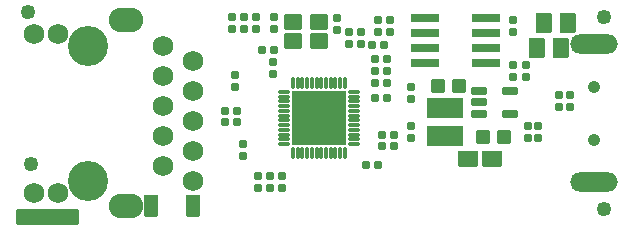
<source format=gbr>
%TF.GenerationSoftware,KiCad,Pcbnew,7.0.9-7.0.9~ubuntu22.04.1*%
%TF.CreationDate,2024-07-08T15:30:04+03:00*%
%TF.ProjectId,USB-GIGABIT_Rev_E,5553422d-4749-4474-9142-49545f526576,E*%
%TF.SameCoordinates,PX3473bc0PY4bd12e0*%
%TF.FileFunction,Soldermask,Top*%
%TF.FilePolarity,Negative*%
%FSLAX46Y46*%
G04 Gerber Fmt 4.6, Leading zero omitted, Abs format (unit mm)*
G04 Created by KiCad (PCBNEW 7.0.9-7.0.9~ubuntu22.04.1) date 2024-07-08 15:30:04*
%MOMM*%
%LPD*%
G01*
G04 APERTURE LIST*
G04 Aperture macros list*
%AMRoundRect*
0 Rectangle with rounded corners*
0 $1 Rounding radius*
0 $2 $3 $4 $5 $6 $7 $8 $9 X,Y pos of 4 corners*
0 Add a 4 corners polygon primitive as box body*
4,1,4,$2,$3,$4,$5,$6,$7,$8,$9,$2,$3,0*
0 Add four circle primitives for the rounded corners*
1,1,$1+$1,$2,$3*
1,1,$1+$1,$4,$5*
1,1,$1+$1,$6,$7*
1,1,$1+$1,$8,$9*
0 Add four rect primitives between the rounded corners*
20,1,$1+$1,$2,$3,$4,$5,0*
20,1,$1+$1,$4,$5,$6,$7,0*
20,1,$1+$1,$6,$7,$8,$9,0*
20,1,$1+$1,$8,$9,$2,$3,0*%
G04 Aperture macros list end*
%ADD10C,0.254000*%
%ADD11RoundRect,0.050800X-0.275000X0.250000X-0.275000X-0.250000X0.275000X-0.250000X0.275000X0.250000X0*%
%ADD12RoundRect,0.050800X0.275000X-0.250000X0.275000X0.250000X-0.275000X0.250000X-0.275000X-0.250000X0*%
%ADD13RoundRect,0.050800X0.250000X0.275000X-0.250000X0.275000X-0.250000X-0.275000X0.250000X-0.275000X0*%
%ADD14RoundRect,0.050800X-0.250000X-0.275000X0.250000X-0.275000X0.250000X0.275000X-0.250000X0.275000X0*%
%ADD15RoundRect,0.050800X-0.635000X0.762000X-0.635000X-0.762000X0.635000X-0.762000X0.635000X0.762000X0*%
%ADD16RoundRect,0.050800X-0.508000X-0.889000X0.508000X-0.889000X0.508000X0.889000X-0.508000X0.889000X0*%
%ADD17RoundRect,0.050800X-0.508000X-0.508000X0.508000X-0.508000X0.508000X0.508000X-0.508000X0.508000X0*%
%ADD18RoundRect,0.050800X0.762000X0.635000X-0.762000X0.635000X-0.762000X-0.635000X0.762000X-0.635000X0*%
%ADD19RoundRect,0.050800X-1.100000X0.300000X-1.100000X-0.300000X1.100000X-0.300000X1.100000X0.300000X0*%
%ADD20RoundRect,0.050800X-0.463500X0.100000X-0.463500X-0.100000X0.463500X-0.100000X0.463500X0.100000X0*%
%ADD21RoundRect,0.050800X-0.100000X-0.463500X0.100000X-0.463500X0.100000X0.463500X-0.100000X0.463500X0*%
%ADD22RoundRect,0.050800X0.463500X-0.100000X0.463500X0.100000X-0.463500X0.100000X-0.463500X-0.100000X0*%
%ADD23RoundRect,0.050800X0.100000X0.463500X-0.100000X0.463500X-0.100000X-0.463500X0.100000X-0.463500X0*%
%ADD24RoundRect,0.050800X-2.250000X2.250000X-2.250000X-2.250000X2.250000X-2.250000X2.250000X2.250000X0*%
%ADD25RoundRect,0.050800X-0.700000X-0.600000X0.700000X-0.600000X0.700000X0.600000X-0.700000X0.600000X0*%
%ADD26RoundRect,0.050800X-1.500000X0.800000X-1.500000X-0.800000X1.500000X-0.800000X1.500000X0.800000X0*%
%ADD27RoundRect,0.050800X0.600000X0.275000X-0.600000X0.275000X-0.600000X-0.275000X0.600000X-0.275000X0*%
%ADD28C,1.254000*%
%ADD29C,3.401600*%
%ADD30C,1.751600*%
%ADD31O,2.901600X2.101600*%
%ADD32C,1.040000*%
%ADD33O,4.040000X1.640000*%
G04 APERTURE END LIST*
D10*
X270400Y1344200D02*
X5350400Y1344200D01*
X5350400Y201200D01*
X270400Y201200D01*
X270400Y1344200D01*
G36*
X270400Y1344200D02*
G01*
X5350400Y1344200D01*
X5350400Y201200D01*
X270400Y201200D01*
X270400Y1344200D01*
G37*
D11*
X46219000Y10031000D03*
D12*
X46219000Y11047000D03*
D13*
X17898000Y9650000D03*
D14*
X18914000Y9650000D03*
D13*
X17898000Y8761000D03*
D14*
X18914000Y8761000D03*
D15*
X46346000Y14984000D03*
X44314000Y14984000D03*
D11*
X42282000Y16381000D03*
D12*
X42282000Y17397000D03*
D11*
X27423000Y16508000D03*
D12*
X27423000Y17524000D03*
D11*
X22089000Y16635000D03*
D12*
X22089000Y17651000D03*
D16*
X11675000Y1649000D03*
X15231000Y1649000D03*
D12*
X21962000Y13841000D03*
D11*
X21962000Y12825000D03*
X20692000Y3173000D03*
D12*
X20692000Y4189000D03*
D17*
X39742000Y7491000D03*
X41520000Y7491000D03*
D14*
X32249000Y7618000D03*
D13*
X31233000Y7618000D03*
D14*
X29455000Y16381000D03*
D13*
X28439000Y16381000D03*
D12*
X18787000Y12698000D03*
D11*
X18787000Y11682000D03*
D17*
X35932000Y11809000D03*
X37710000Y11809000D03*
D11*
X19422000Y5840000D03*
D12*
X19422000Y6856000D03*
D13*
X21073000Y14857000D03*
D14*
X22089000Y14857000D03*
D12*
X33646000Y11682000D03*
D11*
X33646000Y10666000D03*
D14*
X29455000Y15365000D03*
D13*
X28439000Y15365000D03*
X31233000Y6700000D03*
D14*
X32249000Y6700000D03*
D11*
X22724000Y3173000D03*
D12*
X22724000Y4189000D03*
D11*
X21708000Y3173000D03*
D12*
X21708000Y4189000D03*
D14*
X30852000Y5078000D03*
D13*
X29836000Y5078000D03*
D18*
X40504000Y5586000D03*
X38472000Y5586000D03*
D11*
X43552000Y7364000D03*
D12*
X43552000Y8380000D03*
D11*
X44441000Y7364000D03*
D12*
X44441000Y8380000D03*
D15*
X46981000Y17143000D03*
X44949000Y17143000D03*
D13*
X30852000Y17397000D03*
D14*
X31868000Y17397000D03*
X31868000Y16381000D03*
D13*
X30852000Y16381000D03*
D14*
X31614000Y12063000D03*
D13*
X30598000Y12063000D03*
D14*
X31614000Y13079000D03*
D13*
X30598000Y13079000D03*
D12*
X33646000Y8380000D03*
D11*
X33646000Y7364000D03*
D14*
X31360000Y15238000D03*
D13*
X30344000Y15238000D03*
X30598000Y14095000D03*
D14*
X31614000Y14095000D03*
D19*
X34856000Y17547137D03*
X34856000Y16277137D03*
X34856000Y15007137D03*
X34856000Y13737137D03*
X40056000Y13737137D03*
X40056000Y15007137D03*
X40056000Y16277137D03*
X40056000Y17547137D03*
D20*
X22882488Y11294500D03*
X22882488Y10894500D03*
X22882488Y10494500D03*
X22882488Y10094500D03*
X22882488Y9694500D03*
X22882488Y9294500D03*
X22882488Y8894500D03*
X22882488Y8494500D03*
X22882488Y8094500D03*
X22882488Y7694500D03*
X22882488Y7294500D03*
X22882488Y6894500D03*
D21*
X23665988Y6111000D03*
X24065988Y6111000D03*
X24465988Y6111000D03*
X24865988Y6111000D03*
X25265988Y6111000D03*
X25665988Y6111000D03*
X26065988Y6111000D03*
X26465988Y6111000D03*
X26865988Y6111000D03*
X27265988Y6111000D03*
X27665988Y6111000D03*
X28065988Y6111000D03*
D22*
X28849488Y6894500D03*
X28849488Y7294500D03*
X28849488Y7694500D03*
X28849488Y8094500D03*
X28849488Y8494500D03*
X28849488Y8894500D03*
X28849488Y9294500D03*
X28849488Y9694500D03*
X28849488Y10094500D03*
X28849488Y10494500D03*
X28849488Y10894500D03*
X28849488Y11294500D03*
D23*
X28065988Y12078000D03*
X27665988Y12078000D03*
X27265988Y12078000D03*
X26865988Y12078000D03*
X26465988Y12078000D03*
X26065988Y12078000D03*
X25665988Y12078000D03*
X25265988Y12078000D03*
X24865988Y12078000D03*
X24465988Y12078000D03*
X24065988Y12078000D03*
X23665988Y12078000D03*
D24*
X25865988Y9094500D03*
D25*
X23656000Y15581000D03*
X25856000Y15581000D03*
X25856000Y17181000D03*
X23656000Y17181000D03*
D13*
X30598000Y10793000D03*
D14*
X31614000Y10793000D03*
D12*
X19549000Y17651000D03*
D11*
X19549000Y16635000D03*
D12*
X18533000Y17651000D03*
D11*
X18533000Y16635000D03*
X20565000Y16635000D03*
D12*
X20565000Y17651000D03*
D26*
X36567000Y7561000D03*
X36567000Y9961000D03*
D11*
X43425000Y12571000D03*
D12*
X43425000Y13587000D03*
X42282000Y13587000D03*
D11*
X42282000Y12571000D03*
D27*
X39458000Y11362000D03*
X39458000Y10412000D03*
X39458000Y9462000D03*
X42058000Y9462000D03*
X42058000Y11362000D03*
D11*
X47108000Y10031000D03*
D12*
X47108000Y11047000D03*
D28*
X1515000Y5205000D03*
X50029000Y17651000D03*
X1261000Y18032000D03*
X50029000Y1395000D03*
D29*
X6341500Y15215000D03*
X6341500Y3785000D03*
D30*
X12691500Y15215000D03*
X15231500Y13945000D03*
X12691500Y12675000D03*
X15231500Y11405000D03*
X12691500Y10135000D03*
X15231500Y8865000D03*
X12691500Y7595000D03*
X15231500Y6325000D03*
X12691500Y5055000D03*
X15231500Y3785000D03*
X3801500Y16231000D03*
X1769500Y16231000D03*
X3801500Y2769000D03*
X1769500Y2769000D03*
D31*
X9541500Y17400000D03*
X9541500Y1600000D03*
D32*
X49200000Y11750000D03*
X49200000Y7250000D03*
D33*
X49200000Y15350000D03*
X49200000Y3650000D03*
M02*

</source>
